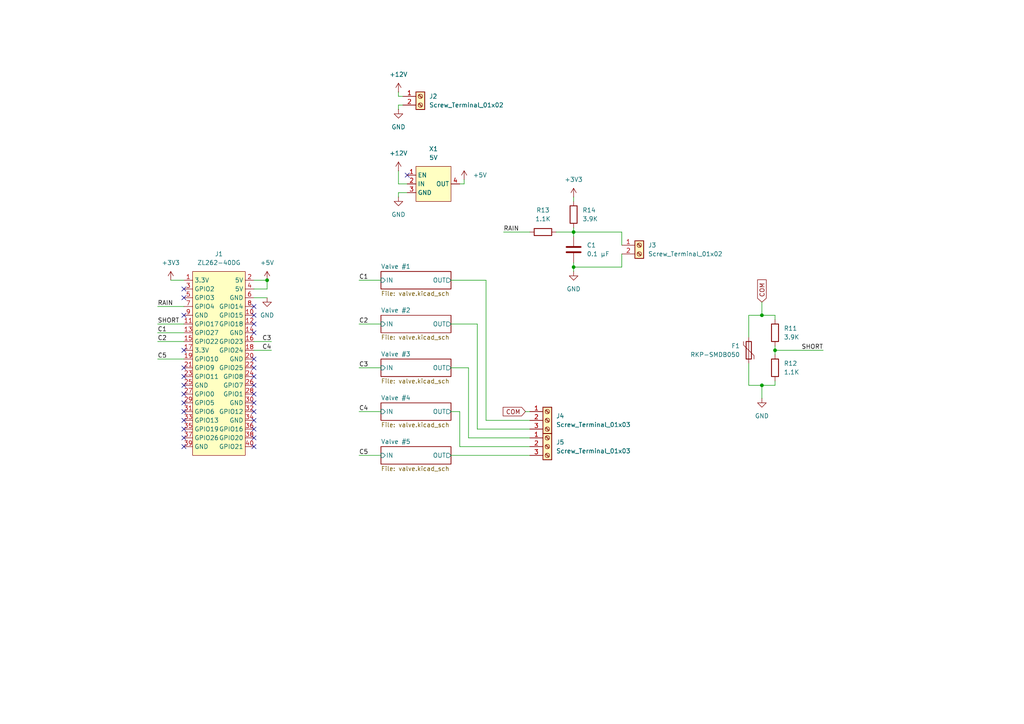
<source format=kicad_sch>
(kicad_sch (version 20231120) (generator "eeschema") (generator_version "8.0")
  (paper "A4")
  (lib_symbols
    (symbol "Connector:Screw_Terminal_01x02" (pin_names (offset 1.016) hide)
      (property "Reference" "J" (at 0 2.54 0))
      (property "Value" "Screw_Terminal_01x02" (at 0 -5.08 0))
      (symbol "Screw_Terminal_01x02_1_1"
        (rectangle (start -1.27 1.27) (end 1.27 -3.81) (stroke (width 0.254)) (fill (type background)))
        (circle (center 0 -2.54) (radius 0.635) (stroke (width 0.1524)))
        (polyline (pts (xy -0.5334 -2.2098) (xy 0.3302 -3.048)) (stroke (width 0.1524)))
        (polyline (pts (xy -0.5334 0.3302) (xy 0.3302 -0.508)) (stroke (width 0.1524)))
        (polyline (pts (xy -0.3556 -2.032) (xy 0.508 -2.8702)) (stroke (width 0.1524)))
        (polyline (pts (xy -0.3556 0.508) (xy 0.508 -0.3302)) (stroke (width 0.1524)))
        (circle (center 0 0) (radius 0.635) (stroke (width 0.1524)))
        (pin passive line (at -5.08 0 0) (length 3.81) (name "Pin_1") (number "1"))
        (pin passive line (at -5.08 -2.54 0) (length 3.81) (name "Pin_2") (number "2"))
      )
    )
    (symbol "Connector:Screw_Terminal_01x03" (pin_names (offset 1.016) hide)
      (property "Reference" "J" (at 0 5.08 0))
      (property "Value" "Screw_Terminal_01x03" (at 0 -5.08 0))
      (symbol "Screw_Terminal_01x03_1_1"
        (rectangle (start -1.27 3.81) (end 1.27 -3.81) (stroke (width 0.254)) (fill (type background)))
        (circle (center 0 -2.54) (radius 0.635) (stroke (width 0.1524)))
        (polyline (pts (xy -0.5334 -2.2098) (xy 0.3302 -3.048)) (stroke (width 0.1524)))
        (polyline (pts (xy -0.5334 0.3302) (xy 0.3302 -0.508)) (stroke (width 0.1524)))
        (polyline (pts (xy -0.5334 2.8702) (xy 0.3302 2.032)) (stroke (width 0.1524)))
        (polyline (pts (xy -0.3556 -2.032) (xy 0.508 -2.8702)) (stroke (width 0.1524)))
        (polyline (pts (xy -0.3556 0.508) (xy 0.508 -0.3302)) (stroke (width 0.1524)))
        (polyline (pts (xy -0.3556 3.048) (xy 0.508 2.2098)) (stroke (width 0.1524)))
        (circle (center 0 0) (radius 0.635) (stroke (width 0.1524)))
        (circle (center 0 2.54) (radius 0.635) (stroke (width 0.1524)))
        (pin passive line (at -5.08 2.54 0) (length 3.81) (name "Pin_1") (number "1"))
        (pin passive line (at -5.08 0 0) (length 3.81) (name "Pin_2") (number "2"))
        (pin passive line (at -5.08 -2.54 0) (length 3.81) (name "Pin_3") (number "3"))
      )
    )
    (symbol "Device:C" (pin_numbers hide) (pin_names (offset 0.254))
      (property "Reference" "C" (at 0.635 2.54 0))
      (property "Value" "C" (at 0.635 -2.54 0))
      (symbol "C_0_1"
        (polyline (pts (xy -2.032 -0.762) (xy 2.032 -0.762)) (stroke (width 0.508)))
        (polyline (pts (xy -2.032 0.762) (xy 2.032 0.762)) (stroke (width 0.508)))
      )
      (symbol "C_1_1"
        (pin passive line (at 0 3.81 270) (length 2.794) (name "~") (number "1"))
        (pin passive line (at 0 -3.81 90) (length 2.794) (name "~") (number "2"))
      )
    )
    (symbol "Device:Polyfuse" (pin_numbers hide) (pin_names (offset 0))
      (property "Reference" "F" (at -2.54 0 90))
      (property "Value" "Polyfuse" (at 2.54 0 90))
      (symbol "Polyfuse_0_1"
        (rectangle (start -0.762 2.54) (end 0.762 -2.54) (stroke (width 0.254)))
        (polyline (pts (xy 0 2.54) (xy 0 -2.54)))
        (polyline (pts (xy -1.524 2.54) (xy -1.524 1.524) (xy 1.524 -1.524) (xy 1.524 -2.54)))
      )
      (symbol "Polyfuse_1_1"
        (pin passive line (at 0 3.81 270) (length 1.27) (name "~") (number "1"))
        (pin passive line (at 0 -3.81 90) (length 1.27) (name "~") (number "2"))
      )
    )
    (symbol "Device:R" (pin_numbers hide) (pin_names (offset 0))
      (property "Reference" "R" (at 2.032 0 90))
      (property "Value" "R" (at 0 0 90))
      (symbol "R_0_1"
        (rectangle (start -1.016 -2.54) (end 1.016 2.54) (stroke (width 0.254)))
      )
      (symbol "R_1_1"
        (pin passive line (at 0 3.81 270) (length 1.27) (name "~") (number "1"))
        (pin passive line (at 0 -3.81 90) (length 1.27) (name "~") (number "2"))
      )
    )
    (symbol "Irrigation_Controller:Raspberry_Pi_GPIO"
      (property "Reference" "J" (at 0 27.94 0))
      (symbol "Raspberry_Pi_GPIO_0_1"
        (rectangle (start -7.62 26.67) (end 7.62 -26.67) (fill (type background)))
      )
      (symbol "Raspberry_Pi_GPIO_1_1"
        (pin passive line (at -10.16 24.13 0) (length 2.54) (name "3.3V") (number "1"))
        (pin passive line (at 10.16 13.97 180) (length 2.54) (name "GPIO15") (number "10"))
        (pin passive line (at -10.16 11.43 0) (length 2.54) (name "GPIO17") (number "11"))
        (pin passive line (at 10.16 11.43 180) (length 2.54) (name "GPIO18") (number "12"))
        (pin passive line (at -10.16 8.89 0) (length 2.54) (name "GPIO27") (number "13"))
        (pin passive line (at 10.16 8.89 180) (length 2.54) (name "GND") (number "14"))
        (pin passive line (at -10.16 6.35 0) (length 2.54) (name "GPIO22") (number "15"))
        (pin passive line (at 10.16 6.35 180) (length 2.54) (name "GPIO23") (number "16"))
        (pin passive line (at -10.16 3.81 0) (length 2.54) (name "3.3V") (number "17"))
        (pin passive line (at 10.16 3.81 180) (length 2.54) (name "GPIO24") (number "18"))
        (pin passive line (at -10.16 1.27 0) (length 2.54) (name "GPIO10") (number "19"))
        (pin passive line (at 10.16 24.13 180) (length 2.54) (name "5V") (number "2"))
        (pin passive line (at 10.16 1.27 180) (length 2.54) (name "GND") (number "20"))
        (pin passive line (at -10.16 -1.27 0) (length 2.54) (name "GPIO9") (number "21"))
        (pin passive line (at 10.16 -1.27 180) (length 2.54) (name "GPIO25") (number "22"))
        (pin passive line (at -10.16 -3.81 0) (length 2.54) (name "GPIO11") (number "23"))
        (pin passive line (at 10.16 -3.81 180) (length 2.54) (name "GPIO8") (number "24"))
        (pin passive line (at -10.16 -6.35 0) (length 2.54) (name "GND") (number "25"))
        (pin passive line (at 10.16 -6.35 180) (length 2.54) (name "GPIO7") (number "26"))
        (pin passive line (at -10.16 -8.89 0) (length 2.54) (name "GPIO0") (number "27"))
        (pin passive line (at 10.16 -8.89 180) (length 2.54) (name "GPIO1") (number "28"))
        (pin passive line (at -10.16 -11.43 0) (length 2.54) (name "GPIO5") (number "29"))
        (pin passive line (at -10.16 21.59 0) (length 2.54) (name "GPIO2") (number "3"))
        (pin passive line (at 10.16 -11.43 180) (length 2.54) (name "GND") (number "30"))
        (pin passive line (at -10.16 -13.97 0) (length 2.54) (name "GPIO6") (number "31"))
        (pin passive line (at 10.16 -13.97 180) (length 2.54) (name "GPIO12") (number "32"))
        (pin passive line (at -10.16 -16.51 0) (length 2.54) (name "GPIO13") (number "33"))
        (pin passive line (at 10.16 -16.51 180) (length 2.54) (name "GND") (number "34"))
        (pin passive line (at -10.16 -19.05 0) (length 2.54) (name "GPIO19") (number "35"))
        (pin passive line (at 10.16 -19.05 180) (length 2.54) (name "GPIO16") (number "36"))
        (pin passive line (at -10.16 -21.59 0) (length 2.54) (name "GPIO26") (number "37"))
        (pin passive line (at 10.16 -21.59 180) (length 2.54) (name "GPIO20") (number "38"))
        (pin passive line (at -10.16 -24.13 0) (length 2.54) (name "GND") (number "39"))
        (pin passive line (at 10.16 21.59 180) (length 2.54) (name "5V") (number "4"))
        (pin passive line (at 10.16 -24.13 180) (length 2.54) (name "GPIO21") (number "40"))
        (pin passive line (at -10.16 19.05 0) (length 2.54) (name "GPIO3") (number "5"))
        (pin passive line (at 10.16 19.05 180) (length 2.54) (name "GND") (number "6"))
        (pin passive line (at -10.16 16.51 0) (length 2.54) (name "GPIO4") (number "7"))
        (pin passive line (at 10.16 16.51 180) (length 2.54) (name "GPIO14") (number "8"))
        (pin passive line (at -10.16 13.97 0) (length 2.54) (name "GND") (number "9"))
      )
    )
    (symbol "Irrigation_Controller:STDN-3A24-ADJ"
      (property "Reference" "X" (at 0 8.89 0))
      (property "Value" "5V" (at 0 6.35 0))
      (symbol "STDN-3A24-ADJ_0_1"
        (rectangle (start -5.08 5.08) (end 5.08 -5.08) (fill (type background)))
      )
      (symbol "STDN-3A24-ADJ_1_1"
        (pin passive line (at -7.62 2.54 0) (length 2.54) (name "EN") (number "1"))
        (pin power_in line (at -7.62 0 0) (length 2.54) (name "IN") (number "2"))
        (pin power_in line (at -7.62 -2.54 0) (length 2.54) (name "GND") (number "3"))
        (pin power_out line (at 7.62 0 180) (length 2.54) (name "OUT") (number "4"))
      )
    )
    (symbol "power:+24V" (power) (pin_numbers hide) (pin_names (offset 0) hide)
      (property "Value" "+24V" (at 0 3.556 0))
      (symbol "+24V_0_1"
        (polyline (pts (xy -0.762 1.27) (xy 0 2.54)))
        (polyline (pts (xy 0 0) (xy 0 2.54)))
        (polyline (pts (xy 0 2.54) (xy 0.762 1.27)))
      )
      (symbol "+24V_1_1"
        (pin power_in line (at 0 0 90) (length 0) (name "~") (number "1"))
      )
    )
    (symbol "power:+5V" (power) (pin_numbers hide) (pin_names (offset 0) hide)
      (property "Value" "+5V" (at 0 3.556 0))
      (symbol "+5V_0_1"
        (polyline (pts (xy -0.762 1.27) (xy 0 2.54)))
        (polyline (pts (xy 0 0) (xy 0 2.54)))
        (polyline (pts (xy 0 2.54) (xy 0.762 1.27)))
      )
      (symbol "+5V_1_1"
        (pin power_in line (at 0 0 90) (length 0) (name "~") (number "1"))
      )
    )
    (symbol "power:GND" (power) (pin_numbers hide) (pin_names (offset 0) hide)
      (property "Value" "GND" (at 0 -3.81 0))
      (symbol "GND_0_1"
        (polyline (pts (xy 0 0) (xy 0 -1.27) (xy 1.27 -1.27) (xy 0 -2.54) (xy -1.27 -1.27) (xy 0 -1.27)))
      )
      (symbol "GND_1_1"
        (pin power_in line (at 0 0 270) (length 0) (name "~") (number "1"))
      )
    )
  )
  (junction (at 220.98 111.76))
  (junction (at 166.37 67.31))
  (junction (at 220.98 91.44))
  (junction (at 224.79 101.6))
  (junction (at 77.47 81.28))
  (junction (at 166.37 77.47))
  (no_connect (at 73.66 88.9))
  (no_connect (at 73.66 127))
  (no_connect (at 53.34 101.6))
  (no_connect (at 53.34 127))
  (no_connect (at 73.66 129.54))
  (no_connect (at 73.66 119.38))
  (no_connect (at 53.34 91.44))
  (no_connect (at 53.34 121.92))
  (no_connect (at 53.34 106.68))
  (no_connect (at 73.66 96.52))
  (no_connect (at 73.66 93.98))
  (no_connect (at 73.66 104.14))
  (no_connect (at 53.34 109.22))
  (no_connect (at 73.66 109.22))
  (no_connect (at 118.11 50.8))
  (no_connect (at 73.66 124.46))
  (no_connect (at 73.66 121.92))
  (no_connect (at 73.66 114.3))
  (no_connect (at 73.66 106.68))
  (no_connect (at 53.34 129.54))
  (no_connect (at 53.34 83.82))
  (no_connect (at 53.34 114.3))
  (no_connect (at 53.34 111.76))
  (no_connect (at 53.34 116.84))
  (no_connect (at 53.34 119.38))
  (no_connect (at 73.66 91.44))
  (no_connect (at 53.34 86.36))
  (no_connect (at 53.34 124.46))
  (no_connect (at 73.66 116.84))
  (no_connect (at 73.66 111.76))
  (wire (pts (xy 166.37 78.74) (xy 166.37 77.47)))
  (wire (pts (xy 133.35 53.34) (xy 134.62 53.34)))
  (wire (pts (xy 224.79 91.44) (xy 224.79 92.71)))
  (wire (pts (xy 166.37 68.58) (xy 166.37 67.31)))
  (wire (pts (xy 49.53 81.28) (xy 53.34 81.28)))
  (wire (pts (xy 135.89 106.68) (xy 135.89 127)))
  (wire (pts (xy 130.81 106.68) (xy 135.89 106.68)))
  (wire (pts (xy 166.37 77.47) (xy 180.34 77.47)))
  (wire (pts (xy 224.79 101.6) (xy 238.76 101.6)))
  (wire (pts (xy 45.72 96.52) (xy 53.34 96.52)))
  (wire (pts (xy 166.37 76.2) (xy 166.37 77.47)))
  (wire (pts (xy 130.81 132.08) (xy 153.67 132.08)))
  (wire (pts (xy 166.37 67.31) (xy 180.34 67.31)))
  (wire (pts (xy 140.97 121.92) (xy 153.67 121.92)))
  (wire (pts (xy 220.98 111.76) (xy 217.17 111.76)))
  (wire (pts (xy 115.57 49.53) (xy 115.57 53.34)))
  (wire (pts (xy 116.84 27.94) (xy 115.57 27.94)))
  (wire (pts (xy 115.57 55.88) (xy 118.11 55.88)))
  (wire (pts (xy 135.89 127) (xy 153.67 127)))
  (wire (pts (xy 220.98 91.44) (xy 217.17 91.44)))
  (wire (pts (xy 73.66 83.82) (xy 77.47 83.82)))
  (wire (pts (xy 45.72 93.98) (xy 53.34 93.98)))
  (wire (pts (xy 224.79 100.33) (xy 224.79 101.6)))
  (wire (pts (xy 140.97 81.28) (xy 130.81 81.28)))
  (wire (pts (xy 161.29 67.31) (xy 166.37 67.31)))
  (wire (pts (xy 180.34 67.31) (xy 180.34 71.12)))
  (wire (pts (xy 45.72 99.06) (xy 53.34 99.06)))
  (wire (pts (xy 180.34 73.66) (xy 180.34 77.47)))
  (wire (pts (xy 146.05 67.31) (xy 153.67 67.31)))
  (wire (pts (xy 153.67 119.38) (xy 152.4 119.38)))
  (wire (pts (xy 130.81 119.38) (xy 133.35 119.38)))
  (wire (pts (xy 133.35 129.54) (xy 153.67 129.54)))
  (wire (pts (xy 138.43 124.46) (xy 153.67 124.46)))
  (wire (pts (xy 220.98 91.44) (xy 224.79 91.44)))
  (wire (pts (xy 104.14 106.68) (xy 110.49 106.68)))
  (wire (pts (xy 115.57 31.75) (xy 115.57 30.48)))
  (wire (pts (xy 166.37 66.04) (xy 166.37 67.31)))
  (wire (pts (xy 115.57 30.48) (xy 116.84 30.48)))
  (wire (pts (xy 166.37 57.15) (xy 166.37 58.42)))
  (wire (pts (xy 115.57 53.34) (xy 118.11 53.34)))
  (wire (pts (xy 140.97 121.92) (xy 140.97 81.28)))
  (wire (pts (xy 73.66 81.28) (xy 77.47 81.28)))
  (wire (pts (xy 224.79 111.76) (xy 224.79 110.49)))
  (wire (pts (xy 104.14 81.28) (xy 110.49 81.28)))
  (wire (pts (xy 138.43 93.98) (xy 138.43 124.46)))
  (wire (pts (xy 220.98 87.63) (xy 220.98 91.44)))
  (wire (pts (xy 73.66 101.6) (xy 78.74 101.6)))
  (wire (pts (xy 104.14 93.98) (xy 110.49 93.98)))
  (wire (pts (xy 45.72 104.14) (xy 53.34 104.14)))
  (wire (pts (xy 73.66 99.06) (xy 78.74 99.06)))
  (wire (pts (xy 104.14 132.08) (xy 110.49 132.08)))
  (wire (pts (xy 217.17 105.41) (xy 217.17 111.76)))
  (wire (pts (xy 77.47 83.82) (xy 77.47 81.28)))
  (wire (pts (xy 115.57 57.15) (xy 115.57 55.88)))
  (wire (pts (xy 220.98 115.57) (xy 220.98 111.76)))
  (wire (pts (xy 133.35 119.38) (xy 133.35 129.54)))
  (wire (pts (xy 77.47 86.36) (xy 73.66 86.36)))
  (wire (pts (xy 104.14 119.38) (xy 110.49 119.38)))
  (wire (pts (xy 134.62 53.34) (xy 134.62 52.07)))
  (wire (pts (xy 115.57 27.94) (xy 115.57 26.67)))
  (wire (pts (xy 45.72 88.9) (xy 53.34 88.9)))
  (wire (pts (xy 217.17 91.44) (xy 217.17 97.79)))
  (wire (pts (xy 224.79 101.6) (xy 224.79 102.87)))
  (wire (pts (xy 220.98 111.76) (xy 224.79 111.76)))
  (wire (pts (xy 138.43 93.98) (xy 130.81 93.98)))
  (label "C2" (at 45.72 99.06 0))
  (label "C3" (at 104.14 106.68 0))
  (label "C4" (at 104.14 119.38 0))
  (label "C4" (at 78.74 101.6 180))
  (label "RAIN" (at 45.72 88.9 0))
  (label "C3" (at 78.74 99.06 180))
  (label "SHORT" (at 45.72 93.98 0))
  (label "SHORT" (at 238.76 101.6 180))
  (label "C5" (at 104.14 132.08 0))
  (label "C5" (at 45.72 104.14 0))
  (label "C1" (at 45.72 96.52 0))
  (label "C1" (at 104.14 81.28 0))
  (label "RAIN" (at 146.05 67.31 0))
  (label "C2" (at 104.14 93.98 0))
  (global_label "COM" (shape input) (at 152.4 119.38 180) (property "Intersheetrefs" "${INTERSHEET_REFS}" (effects (hide yes))))
  (global_label "COM" (shape input) (at 220.98 87.63 90) (property "Intersheetrefs" "${INTERSHEET_REFS}" (effects (hide yes))))
  (symbol (lib_id "power:+5V") (at 49.53 81.28 0) (unit 1)
    (property "Reference" "#PWR016" (effects (hide yes)))
    (property "Value" "+3V3" (at 49.53 76.2 0))
    (property "Description" "Power symbol creates a global label with name \"+5V\"" (effects (hide yes)))
  )
  (symbol (lib_id "Irrigation_Controller:STDN-3A24-ADJ") (at 125.73 53.34 0) (unit 1)
    (property "Reference" "X1" (at 125.73 43.18 0))
    (property "Value" "5V" (at 125.73 45.72 0))
    (property "Footprint" "Irrigation_Controller:STDN-3A24-ADJ" (effects (hide yes)))
    (property "CID" "100.387.25" (effects (hide yes)))
  )
  (symbol (lib_id "Connector:Screw_Terminal_01x03") (at 158.75 121.92 0) (unit 1)
    (property "Reference" "J4" (at 161.29 120.6499 0) (effects (justify left)))
    (property "Value" "Screw_Terminal_01x03" (at 161.29 123.1899 0) (effects (justify left)))
    (property "Footprint" "Irrigation_Controller:MX5-3P-BK" (effects (hide yes)))
    (property "Description" "Generic screw terminal, single row, 01x03, script generated (kicad-library-utils/schlib/autogen/connector/)" (effects (hide yes)))
    (property "CID" "100.424.96" (effects (hide yes)))
  )
  (symbol (lib_id "power:+24V") (at 115.57 26.67 0) (unit 1)
    (property "Reference" "#PWR09" (effects (hide yes)))
    (property "Value" "+12V" (at 115.57 21.59 0))
    (property "Description" "Power symbol creates a global label with name \"+24V\"" (effects (hide yes)))
  )
  (symbol (lib_id "power:+5V") (at 77.47 81.28 0) (unit 1)
    (property "Reference" "#PWR01" (effects (hide yes)))
    (property "Value" "+5V" (at 77.47 76.2 0))
    (property "Description" "Power symbol creates a global label with name \"+5V\"" (effects (hide yes)))
  )
  (symbol (lib_id "Connector:Screw_Terminal_01x03") (at 158.75 129.54 0) (unit 1)
    (property "Reference" "J5" (at 161.29 128.2699 0) (effects (justify left)))
    (property "Value" "Screw_Terminal_01x03" (at 161.29 130.8099 0) (effects (justify left)))
    (property "Footprint" "Irrigation_Controller:MX5-3P-BK" (effects (hide yes)))
    (property "Description" "Generic screw terminal, single row, 01x03, script generated (kicad-library-utils/schlib/autogen/connector/)" (effects (hide yes)))
    (property "CID" "100.424.96" (effects (hide yes)))
  )
  (symbol (lib_id "power:GND") (at 166.37 78.74 0) (unit 1)
    (property "Reference" "#PWR011" (effects (hide yes)))
    (property "Value" "GND" (at 166.37 83.82 0))
    (property "Description" "Power symbol creates a global label with name \"GND\" , ground" (effects (hide yes)))
  )
  (symbol (lib_id "power:GND") (at 115.57 31.75 0) (unit 1)
    (property "Reference" "#PWR010" (effects (hide yes)))
    (property "Value" "GND" (at 115.57 36.83 0))
    (property "Description" "Power symbol creates a global label with name \"GND\" , ground" (effects (hide yes)))
  )
  (symbol (lib_id "Device:Polyfuse") (at 217.17 101.6 0) (unit 1)
    (property "Reference" "F1" (at 214.63 100.3299 0) (effects (justify right)))
    (property "Value" "RKP-SMDB050" (at 214.63 102.8699 0) (effects (justify right)))
    (property "Footprint" "Fuse:Fuse_1206_3216Metric" (effects (hide yes)))
    (property "Description" "Resettable fuse, polymeric positive temperature coefficient" (effects (hide yes)))
    (property "CID" "100.397.43" (effects (hide yes)))
  )
  (symbol (lib_id "Connector:Screw_Terminal_01x02") (at 185.42 71.12 0) (unit 1)
    (property "Reference" "J3" (at 187.96 71.1199 0) (effects (justify left)))
    (property "Value" "Screw_Terminal_01x02" (at 187.96 73.6599 0) (effects (justify left)))
    (property "Footprint" "Irrigation_Controller:MX5-2P-BK" (effects (hide yes)))
    (property "Description" "Generic screw terminal, single row, 01x02, script generated (kicad-library-utils/schlib/autogen/connector/)" (effects (hide yes)))
    (property "CID" "100.424.95" (effects (hide yes)))
  )
  (symbol (lib_id "Device:R") (at 224.79 106.68 0) (unit 1)
    (property "Reference" "R12" (at 227.33 105.4099 0) (effects (justify left)))
    (property "Value" "1.1K" (at 227.33 107.9499 0) (effects (justify left)))
    (property "Footprint" "Resistor_SMD:R_0805_2012Metric" (effects (hide yes)))
    (property "Description" "Resistor" (effects (hide yes)))
    (property "CID" "100.011.53" (effects (hide yes)))
  )
  (symbol (lib_id "Device:R") (at 166.37 62.23 0) (unit 1)
    (property "Reference" "R14" (at 168.91 60.9599 0) (effects (justify left)))
    (property "Value" "3.9K" (at 168.91 63.4999 0) (effects (justify left)))
    (property "Footprint" "Resistor_SMD:R_0805_2012Metric" (effects (hide yes)))
    (property "Description" "Resistor" (effects (hide yes)))
    (property "CID" "100.014.54" (effects (hide yes)))
  )
  (symbol (lib_id "Device:R") (at 157.48 67.31 90) (unit 1)
    (property "Reference" "R13" (at 157.48 60.96 90))
    (property "Value" "1.1K" (at 157.48 63.5 90))
    (property "Footprint" "Resistor_SMD:R_0805_2012Metric" (effects (hide yes)))
    (property "Description" "Resistor" (effects (hide yes)))
    (property "CID" "100.011.53" (effects (hide yes)))
  )
  (symbol (lib_id "Device:C") (at 166.37 72.39 0) (unit 1)
    (property "Reference" "C1" (at 170.18 71.1199 0) (effects (justify left)))
    (property "Value" "0.1 µF" (at 170.18 73.6599 0) (effects (justify left)))
    (property "Footprint" "Capacitor_SMD:C_0805_2012Metric" (effects (hide yes)))
    (property "Description" "Unpolarized capacitor" (effects (hide yes)))
    (property "CID" "100.011.22" (effects (hide yes)))
  )
  (symbol (lib_id "power:GND") (at 220.98 115.57 0) (unit 1)
    (property "Reference" "#PWR02" (effects (hide yes)))
    (property "Value" "GND" (at 220.98 120.65 0))
    (property "Description" "Power symbol creates a global label with name \"GND\" , ground" (effects (hide yes)))
  )
  (symbol (lib_id "power:+5V") (at 166.37 57.15 0) (unit 1)
    (property "Reference" "#PWR017" (effects (hide yes)))
    (property "Value" "+3V3" (at 166.37 52.07 0))
    (property "Description" "Power symbol creates a global label with name \"+5V\"" (effects (hide yes)))
  )
  (symbol (lib_id "power:GND") (at 115.57 57.15 0) (unit 1)
    (property "Reference" "#PWR012" (effects (hide yes)))
    (property "Value" "GND" (at 115.57 62.23 0))
    (property "Description" "Power symbol creates a global label with name \"GND\" , ground" (effects (hide yes)))
  )
  (symbol (lib_id "Irrigation_Controller:Raspberry_Pi_GPIO") (at 63.5 105.41 0) (unit 1)
    (property "Reference" "J1" (at 63.5 73.66 0))
    (property "Value" "ZL262-40DG" (at 63.5 76.2 0))
    (property "Footprint" "Connector_PinSocket_2.54mm:PinSocket_2x20_P2.54mm_Vertical" (effects (hide yes)))
    (property "CID" "100.280.61" (effects (hide yes)))
  )
  (symbol (lib_id "power:+5V") (at 134.62 52.07 0) (unit 1)
    (property "Reference" "#PWR019" (effects (hide yes)))
    (property "Value" "+5V" (at 137.16 50.7999 0) (effects (justify left)))
    (property "Description" "Power symbol creates a global label with name \"+5V\"" (effects (hide yes)))
  )
  (symbol (lib_id "Connector:Screw_Terminal_01x02") (at 121.92 27.94 0) (unit 1)
    (property "Reference" "J2" (at 124.46 27.9399 0) (effects (justify left)))
    (property "Value" "Screw_Terminal_01x02" (at 124.46 30.4799 0) (effects (justify left)))
    (property "Footprint" "Irrigation_Controller:MX5-2P-BK" (effects (hide yes)))
    (property "Description" "Generic screw terminal, single row, 01x02, script generated (kicad-library-utils/schlib/autogen/connector/)" (effects (hide yes)))
    (property "CID" "100.424.95" (effects (hide yes)))
  )
  (symbol (lib_id "power:+24V") (at 115.57 49.53 0) (unit 1)
    (property "Reference" "#PWR04" (effects (hide yes)))
    (property "Value" "+12V" (at 115.57 44.45 0))
    (property "Description" "Power symbol creates a global label with name \"+24V\"" (effects (hide yes)))
  )
  (symbol (lib_id "power:GND") (at 77.47 86.36 0) (unit 1)
    (property "Reference" "#PWR013" (effects (hide yes)))
    (property "Value" "GND" (at 77.47 91.44 0))
    (property "Description" "Power symbol creates a global label with name \"GND\" , ground" (effects (hide yes)))
  )
  (symbol (lib_id "Device:R") (at 224.79 96.52 0) (unit 1)
    (property "Reference" "R11" (at 227.33 95.2499 0) (effects (justify left)))
    (property "Value" "3.9K" (at 227.33 97.7899 0) (effects (justify left)))
    (property "Footprint" "Resistor_SMD:R_0805_2012Metric" (effects (hide yes)))
    (property "Description" "Resistor" (effects (hide yes)))
    (property "CID" "100.014.54" (effects (hide yes)))
  )
  (sheet (at 110.49 104.14) (size 20.32 5.08) (stroke (width 0.1524))
    (property "Sheetname" "Valve #3" (at 110.49 103.4284 0) (effects (justify left bottom)))
    (property "Sheetfile" "valve.kicad_sch" (at 110.49 109.8046 0) (effects (justify left top)))
    (pin "IN" input (at 110.49 106.68 180))
    (pin "OUT" output (at 130.81 106.68 0))
  )
  (sheet (at 110.49 91.44) (size 20.32 5.08) (stroke (width 0.1524))
    (property "Sheetname" "Valve #2" (at 110.49 90.7284 0) (effects (justify left bottom)))
    (property "Sheetfile" "valve.kicad_sch" (at 110.49 97.1046 0) (effects (justify left top)))
    (pin "IN" input (at 110.49 93.98 180))
    (pin "OUT" output (at 130.81 93.98 0))
  )
  (sheet (at 110.49 78.74) (size 20.32 5.08) (stroke (width 0.1524))
    (property "Sheetname" "Valve #1" (at 110.49 78.0284 0) (effects (justify left bottom)))
    (property "Sheetfile" "valve.kicad_sch" (at 110.49 84.4046 0) (effects (justify left top)))
    (pin "IN" input (at 110.49 81.28 180))
    (pin "OUT" output (at 130.81 81.28 0))
  )
  (sheet (at 110.49 116.84) (size 20.32 5.08) (stroke (width 0.1524))
    (property "Sheetname" "Valve #4" (at 110.49 116.1284 0) (effects (justify left bottom)))
    (property "Sheetfile" "valve.kicad_sch" (at 110.49 122.5046 0) (effects (justify left top)))
    (pin "IN" input (at 110.49 119.38 180))
    (pin "OUT" output (at 130.81 119.38 0))
  )
  (sheet (at 110.49 129.54) (size 20.32 5.08) (stroke (width 0.1524))
    (property "Sheetname" "Valve #5" (at 110.49 128.8284 0) (effects (justify left bottom)))
    (property "Sheetfile" "valve.kicad_sch" (at 110.49 135.2046 0) (effects (justify left top)))
    (pin "IN" input (at 110.49 132.08 180))
    (pin "OUT" output (at 130.81 132.08 0))
  )
)
</source>
